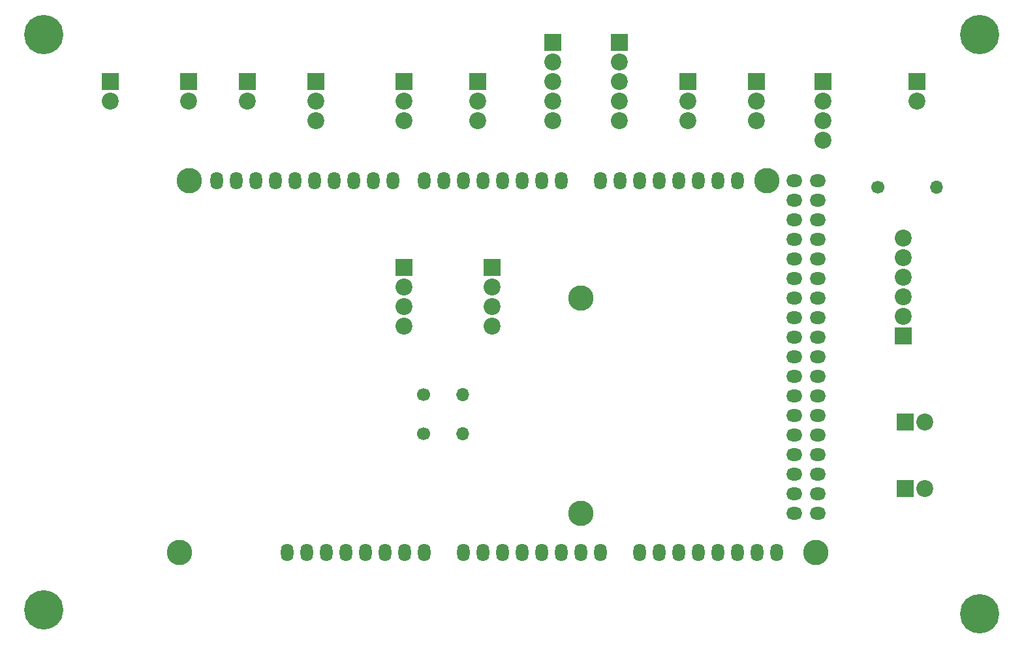
<source format=gbs>
G04 #@! TF.GenerationSoftware,KiCad,Pcbnew,(5.1.6)-1*
G04 #@! TF.CreationDate,2020-09-10T09:03:44+05:30*
G04 #@! TF.ProjectId,PCB board,50434220-626f-4617-9264-2e6b69636164,rev?*
G04 #@! TF.SameCoordinates,Original*
G04 #@! TF.FileFunction,Soldermask,Bot*
G04 #@! TF.FilePolarity,Negative*
%FSLAX46Y46*%
G04 Gerber Fmt 4.6, Leading zero omitted, Abs format (unit mm)*
G04 Created by KiCad (PCBNEW (5.1.6)-1) date 2020-09-10 09:03:44*
%MOMM*%
%LPD*%
G01*
G04 APERTURE LIST*
%ADD10C,5.100000*%
%ADD11O,1.700000X1.700000*%
%ADD12C,1.700000*%
%ADD13R,2.200000X2.200000*%
%ADD14C,2.200000*%
%ADD15C,3.297860*%
%ADD16O,1.624000X2.297100*%
%ADD17O,2.098980X1.639240*%
%ADD18O,2.098980X1.636700*%
%ADD19O,1.624000X2.299640*%
G04 APERTURE END LIST*
D10*
X92964000Y-52324000D03*
X92964000Y-127000000D03*
X214376000Y-127508000D03*
X214376000Y-52324000D03*
D11*
X208788000Y-72136000D03*
D12*
X201168000Y-72136000D03*
D13*
X204724000Y-102616000D03*
D14*
X207264000Y-102616000D03*
X207264000Y-111252000D03*
D13*
X204724000Y-111252000D03*
D15*
X162620001Y-86550501D03*
D16*
X115376001Y-71310501D03*
X117916001Y-71310501D03*
D15*
X111820001Y-71310501D03*
X186750001Y-71310501D03*
D16*
X120456001Y-71310501D03*
X122996001Y-71310501D03*
X125536001Y-71310501D03*
X128076001Y-71310501D03*
X130616001Y-71310501D03*
X133156001Y-71310501D03*
X135696001Y-71310501D03*
X138236001Y-71310501D03*
X142300001Y-71310501D03*
X144840001Y-71310501D03*
X147380001Y-71310501D03*
X149920001Y-71310501D03*
X152460001Y-71310501D03*
X155000001Y-71310501D03*
X157540001Y-71310501D03*
X160080001Y-71310501D03*
X165160001Y-71310501D03*
X167700001Y-71310501D03*
X170240001Y-71310501D03*
X172780001Y-71310501D03*
X175320001Y-71310501D03*
X177860001Y-71310501D03*
X180400001Y-71310501D03*
X182940001Y-71310501D03*
D17*
X190311081Y-86550501D03*
X190311081Y-89090501D03*
X190311081Y-91630501D03*
X190311081Y-94170501D03*
X190311081Y-96710501D03*
X190311081Y-99250501D03*
X190311081Y-101790501D03*
X190311081Y-104330501D03*
D18*
X193346381Y-111950501D03*
X193346381Y-114490501D03*
D17*
X190311081Y-71310501D03*
X190311081Y-73850501D03*
X190311081Y-76390501D03*
X190311081Y-78930501D03*
X190311081Y-81470501D03*
X190311081Y-84010501D03*
D18*
X193346381Y-91630501D03*
X193346381Y-94170501D03*
X193346381Y-96710501D03*
X193346381Y-99250501D03*
X193346381Y-101790501D03*
X193346381Y-104330501D03*
X193346381Y-106870501D03*
X193346381Y-109410501D03*
D16*
X185480001Y-119570501D03*
X182940001Y-119570501D03*
X180400001Y-119570501D03*
X177860001Y-119570501D03*
D19*
X175320001Y-119570501D03*
X172780001Y-119570501D03*
X170240001Y-119570501D03*
X165160001Y-119570501D03*
X129600001Y-119570501D03*
X127060001Y-119570501D03*
X124520001Y-119570501D03*
X139760001Y-119570501D03*
X137220001Y-119570501D03*
X134680001Y-119570501D03*
X132140001Y-119570501D03*
X162620001Y-119570501D03*
X160080001Y-119570501D03*
X157540001Y-119570501D03*
X155000001Y-119570501D03*
X152460001Y-119570501D03*
X149920001Y-119570501D03*
X147380001Y-119570501D03*
X142300001Y-119570501D03*
D18*
X193346381Y-71310501D03*
X193346381Y-73850501D03*
X193346381Y-76390501D03*
X193346381Y-78930501D03*
X193346381Y-81470501D03*
X193346381Y-84010501D03*
X193346381Y-86550501D03*
X193346381Y-89090501D03*
D17*
X190311081Y-106870501D03*
X190311081Y-109410501D03*
X190311081Y-111950501D03*
X190311081Y-114490501D03*
D15*
X193100001Y-119570501D03*
X162620001Y-114490501D03*
X110550001Y-119570501D03*
D16*
X188020001Y-119570501D03*
D11*
X147320000Y-104140000D03*
D12*
X142240000Y-104140000D03*
D11*
X147320000Y-99060000D03*
D12*
X142240000Y-99060000D03*
D13*
X176530000Y-58420000D03*
D14*
X176530000Y-60960000D03*
X176530000Y-63500000D03*
X149225000Y-63500000D03*
X149225000Y-60960000D03*
D13*
X149225000Y-58420000D03*
D14*
X139700000Y-63500000D03*
X139700000Y-60960000D03*
D13*
X139700000Y-58420000D03*
X101600000Y-58420000D03*
D14*
X101600000Y-60960000D03*
X128270000Y-63500000D03*
X128270000Y-60960000D03*
D13*
X128270000Y-58420000D03*
X111760000Y-58420000D03*
D14*
X111760000Y-60960000D03*
D13*
X119380000Y-58420000D03*
D14*
X119380000Y-60960000D03*
X151130000Y-90170000D03*
X151130000Y-87630000D03*
X151130000Y-85090000D03*
D13*
X151130000Y-82550000D03*
X139700000Y-82550000D03*
D14*
X139700000Y-85090000D03*
X139700000Y-87630000D03*
X139700000Y-90170000D03*
D13*
X204470000Y-91440000D03*
D14*
X204470000Y-88900000D03*
X204470000Y-86360000D03*
X204470000Y-83820000D03*
X204470000Y-81280000D03*
X204470000Y-78740000D03*
D13*
X185420000Y-58420000D03*
D14*
X185420000Y-60960000D03*
X185420000Y-63500000D03*
D13*
X194056000Y-58420000D03*
D14*
X194056000Y-60960000D03*
X194056000Y-63500000D03*
X194056000Y-66040000D03*
D13*
X206248000Y-58420000D03*
D14*
X206248000Y-60960000D03*
D13*
X159004000Y-53340000D03*
D14*
X159004000Y-55880000D03*
X159004000Y-58420000D03*
X159004000Y-60960000D03*
X159004000Y-63500000D03*
D13*
X167640000Y-53340000D03*
D14*
X167640000Y-55880000D03*
X167640000Y-58420000D03*
X167640000Y-60960000D03*
X167640000Y-63500000D03*
M02*

</source>
